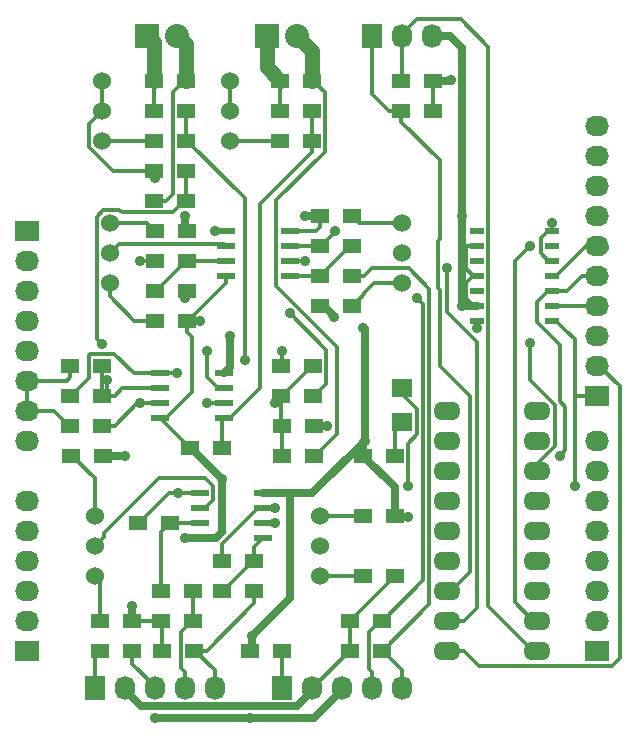
<source format=gtl>
G04 #@! TF.FileFunction,Copper,L1,Top,Signal*
%FSLAX45Y45*%
G04 Gerber Fmt 4.5, Leading zero omitted, Abs format (unit mm)*
G04 Created by KiCad (PCBNEW (2016-02-11 BZR 6551)-product) date Friday, February 12, 2016 'PMt' 09:01:30 PM*
%MOMM*%
G01*
G04 APERTURE LIST*
%ADD10C,0.100000*%
%ADD11R,2.032000X1.727200*%
%ADD12O,2.032000X1.727200*%
%ADD13R,1.800860X1.597660*%
%ADD14R,1.727200X2.032000*%
%ADD15O,1.727200X2.032000*%
%ADD16R,1.500000X1.300000*%
%ADD17C,1.524000*%
%ADD18R,2.032000X2.032000*%
%ADD19O,2.032000X2.032000*%
%ADD20O,2.300000X1.600000*%
%ADD21R,1.550000X0.600000*%
%ADD22R,1.143000X0.508000*%
%ADD23C,0.889000*%
%ADD24C,0.304800*%
%ADD25C,0.635000*%
%ADD26C,1.270000*%
G04 APERTURE END LIST*
D10*
D11*
X18796000Y-13589000D03*
D12*
X18796000Y-13335000D03*
X18796000Y-13081000D03*
X18796000Y-12827000D03*
X18796000Y-12573000D03*
X18796000Y-12319000D03*
D13*
X21971000Y-11650472D03*
X21971000Y-11366500D03*
D11*
X23622000Y-11430000D03*
D12*
X23622000Y-11176000D03*
X23622000Y-10922000D03*
X23622000Y-10668000D03*
X23622000Y-10414000D03*
X23622000Y-10160000D03*
X23622000Y-9906000D03*
X23622000Y-9652000D03*
X23622000Y-9398000D03*
X23622000Y-9144000D03*
D11*
X23622000Y-13589000D03*
D12*
X23622000Y-13335000D03*
X23622000Y-13081000D03*
X23622000Y-12827000D03*
X23622000Y-12573000D03*
X23622000Y-12319000D03*
X23622000Y-12065000D03*
X23622000Y-11811000D03*
D14*
X19367500Y-13906500D03*
D15*
X19621500Y-13906500D03*
X19875500Y-13906500D03*
X20129500Y-13906500D03*
X20383500Y-13906500D03*
D14*
X20955000Y-13906500D03*
D15*
X21209000Y-13906500D03*
X21463000Y-13906500D03*
X21717000Y-13906500D03*
X21971000Y-13906500D03*
D14*
X21717000Y-8382000D03*
D15*
X21971000Y-8382000D03*
X22225000Y-8382000D03*
D11*
X18796000Y-10033000D03*
D12*
X18796000Y-10287000D03*
X18796000Y-10541000D03*
X18796000Y-10795000D03*
X18796000Y-11049000D03*
X18796000Y-11303000D03*
X18796000Y-11557000D03*
X18796000Y-11811000D03*
D16*
X19685000Y-13589000D03*
X19415000Y-13589000D03*
X20685000Y-13589000D03*
X20955000Y-13589000D03*
X20137500Y-8763000D03*
X19867500Y-8763000D03*
X21209000Y-8763000D03*
X20939000Y-8763000D03*
X19931000Y-13335000D03*
X20201000Y-13335000D03*
X19415000Y-13335000D03*
X19685000Y-13335000D03*
X19939000Y-13589000D03*
X20209000Y-13589000D03*
X21637500Y-12954000D03*
X21907500Y-12954000D03*
X21526500Y-13335000D03*
X21796500Y-13335000D03*
X19875500Y-10795000D03*
X20145500Y-10795000D03*
X21526500Y-13589000D03*
X21796500Y-13589000D03*
X21542500Y-10668000D03*
X21272500Y-10668000D03*
X20137500Y-9017000D03*
X19867500Y-9017000D03*
X20137500Y-9779000D03*
X19867500Y-9779000D03*
X21209000Y-9017000D03*
X20939000Y-9017000D03*
X20955000Y-11938000D03*
X21225000Y-11938000D03*
X20137500Y-9271000D03*
X19867500Y-9271000D03*
X19161000Y-11684000D03*
X19431000Y-11684000D03*
X21209000Y-9271000D03*
X20939000Y-9271000D03*
X20177000Y-11874500D03*
X20447000Y-11874500D03*
X19931000Y-13081000D03*
X20201000Y-13081000D03*
X20447000Y-13081000D03*
X20717000Y-13081000D03*
X19875500Y-10541000D03*
X20145500Y-10541000D03*
X21272500Y-10414000D03*
X21542500Y-10414000D03*
X19169000Y-11938000D03*
X19439000Y-11938000D03*
X21637500Y-12446000D03*
X21907500Y-12446000D03*
X19875500Y-10033000D03*
X20145500Y-10033000D03*
X21542500Y-9906000D03*
X21272500Y-9906000D03*
X20137500Y-9525000D03*
X19867500Y-9525000D03*
X19161000Y-11176000D03*
X19431000Y-11176000D03*
X20955000Y-11684000D03*
X21225000Y-11684000D03*
X21217000Y-11430000D03*
X20947000Y-11430000D03*
X19732500Y-12509500D03*
X20002500Y-12509500D03*
X20447000Y-12827000D03*
X20717000Y-12827000D03*
X19875500Y-10287000D03*
X20145500Y-10287000D03*
X21272500Y-10160000D03*
X21542500Y-10160000D03*
X19161000Y-11430000D03*
X19431000Y-11430000D03*
X20947000Y-11176000D03*
X21217000Y-11176000D03*
X21637500Y-11938000D03*
X21907500Y-11938000D03*
X22233000Y-8763000D03*
X21963000Y-8763000D03*
X22233000Y-9017000D03*
X21963000Y-9017000D03*
D17*
X19431000Y-9017000D03*
X19431000Y-9271000D03*
X19431000Y-8763000D03*
X20510500Y-9017000D03*
X20510500Y-9271000D03*
X20510500Y-8763000D03*
X19367500Y-12700000D03*
X19367500Y-12446000D03*
X19367500Y-12954000D03*
X21272500Y-12700000D03*
X21272500Y-12446000D03*
X21272500Y-12954000D03*
X19494500Y-10223500D03*
X19494500Y-9969500D03*
X19494500Y-10477500D03*
X21971000Y-10223500D03*
X21971000Y-9969500D03*
X21971000Y-10477500D03*
D18*
X19812000Y-8382000D03*
D19*
X20066000Y-8382000D03*
D18*
X20828000Y-8382000D03*
D19*
X21082000Y-8382000D03*
D20*
X22352000Y-11557000D03*
X22352000Y-11811000D03*
X22352000Y-12065000D03*
X22352000Y-12319000D03*
X22352000Y-12573000D03*
X22352000Y-12827000D03*
X22352000Y-13081000D03*
X22352000Y-13335000D03*
X22352000Y-13589000D03*
X23114000Y-13589000D03*
X23114000Y-13335000D03*
X23114000Y-13081000D03*
X23114000Y-12827000D03*
X23114000Y-12573000D03*
X23114000Y-12319000D03*
X23114000Y-12065000D03*
X23114000Y-11811000D03*
X23114000Y-11557000D03*
D21*
X19923000Y-11239500D03*
X19923000Y-11366500D03*
X19923000Y-11493500D03*
X19923000Y-11620500D03*
X20463000Y-11620500D03*
X20463000Y-11493500D03*
X20463000Y-11366500D03*
X20463000Y-11239500D03*
X20256500Y-12255500D03*
X20256500Y-12382500D03*
X20256500Y-12509500D03*
X20256500Y-12636500D03*
X20796500Y-12636500D03*
X20796500Y-12509500D03*
X20796500Y-12382500D03*
X20796500Y-12255500D03*
X20478500Y-10033000D03*
X20478500Y-10160000D03*
X20478500Y-10287000D03*
X20478500Y-10414000D03*
X21018500Y-10414000D03*
X21018500Y-10287000D03*
X21018500Y-10160000D03*
X21018500Y-10033000D03*
D22*
X23241000Y-10795000D03*
X23241000Y-10668000D03*
X23241000Y-10541000D03*
X23241000Y-10414000D03*
X23241000Y-10287000D03*
X23241000Y-10160000D03*
X23241000Y-10033000D03*
X22606000Y-10033000D03*
X22606000Y-10160000D03*
X22606000Y-10414000D03*
X22606000Y-10541000D03*
X22606000Y-10668000D03*
X22606000Y-10795000D03*
X22606000Y-10287000D03*
D23*
X22018308Y-12192000D03*
X23431500Y-12192000D03*
X23050500Y-10985500D03*
X23304500Y-11938000D03*
X21018500Y-10731500D03*
X21393115Y-10762298D03*
X20447000Y-12134500D03*
X22479000Y-9907890D03*
X23241000Y-9969500D03*
X22479000Y-10668000D03*
X20256500Y-10795000D03*
X20129500Y-12636500D03*
X19685000Y-13208000D03*
X22018308Y-12459505D03*
X20701000Y-13462000D03*
X20683290Y-14160500D03*
X21336000Y-11684000D03*
X21653500Y-11811000D03*
X19621500Y-11938000D03*
X19875500Y-9588500D03*
X20510500Y-10922000D03*
X22382798Y-8756615D03*
X20129500Y-9908450D03*
X21145500Y-9906000D03*
X19875500Y-14160500D03*
X21642535Y-10858500D03*
X22606000Y-10858500D03*
X22098000Y-10604500D03*
X20129500Y-10604500D03*
X20637500Y-11128692D03*
X19748500Y-11493500D03*
X19475000Y-11300000D03*
X19428803Y-10996070D03*
X20891500Y-11493500D03*
X20320000Y-11493500D03*
X20069099Y-12255500D03*
X20891500Y-12382500D03*
X22352000Y-10350501D03*
X19748500Y-10287000D03*
X20383500Y-10033000D03*
X21399500Y-10032997D03*
X23050500Y-10160000D03*
X20066000Y-11239500D03*
X20320000Y-11049000D03*
X20955000Y-11049000D03*
X20891500Y-12509500D03*
X21145500Y-10287000D03*
D24*
X21907500Y-11938000D02*
X21907500Y-11713972D01*
X21907500Y-11713972D02*
X21971000Y-11650472D01*
X21971000Y-11366500D02*
X21971000Y-11417114D01*
X22096283Y-11542397D02*
X22096283Y-11758547D01*
X22096283Y-11758547D02*
X22018308Y-11836522D01*
X21971000Y-11417114D02*
X22096283Y-11542397D01*
X22018308Y-12129138D02*
X22018308Y-12192000D01*
X22018308Y-11836522D02*
X22018308Y-12129138D01*
X23431500Y-11421448D02*
X23431500Y-12129138D01*
X23431500Y-10953750D02*
X23431500Y-11421448D01*
X23431500Y-11421448D02*
X23440052Y-11430000D01*
X23440052Y-11430000D02*
X23622000Y-11430000D01*
X23431500Y-12129138D02*
X23431500Y-12192000D01*
X23358206Y-10880457D02*
X23431500Y-10953750D01*
X23272750Y-10795000D02*
X23358206Y-10880457D01*
X23241000Y-10795000D02*
X23272750Y-10795000D01*
X23812500Y-13649892D02*
X23812500Y-11351260D01*
X23812500Y-11351260D02*
X23637240Y-11176000D01*
X23637240Y-11176000D02*
X23622000Y-11176000D01*
X22624480Y-13716000D02*
X23746392Y-13716000D01*
X23746392Y-13716000D02*
X23812500Y-13649892D01*
X22352000Y-13589000D02*
X22497480Y-13589000D01*
X22497480Y-13589000D02*
X22624480Y-13716000D01*
X23264241Y-11858734D02*
X23264241Y-11509266D01*
X23114000Y-12065000D02*
X23114000Y-12008975D01*
X23264241Y-11509266D02*
X23050500Y-11295525D01*
X23114000Y-12008975D02*
X23264241Y-11858734D01*
X23050500Y-11295525D02*
X23050500Y-10985500D01*
X23241000Y-10668000D02*
X23622000Y-10668000D01*
X23241000Y-10668000D02*
X23272750Y-10668000D01*
X23209250Y-10541000D02*
X23241000Y-10541000D01*
X23110122Y-10640128D02*
X23209250Y-10541000D01*
X23110122Y-10810104D02*
X23110122Y-10640128D01*
X23348950Y-11522584D02*
X23304500Y-11478134D01*
X23348950Y-11893550D02*
X23348950Y-11522584D01*
X23304500Y-11938000D02*
X23348950Y-11893550D01*
X23304500Y-11004482D02*
X23110122Y-10810104D01*
X23304500Y-11478134D02*
X23304500Y-11004482D01*
X23622000Y-10414000D02*
X23489920Y-10414000D01*
X23489920Y-10414000D02*
X23362920Y-10541000D01*
X23362920Y-10541000D02*
X23328630Y-10541000D01*
X23328630Y-10541000D02*
X23241000Y-10541000D01*
X23622000Y-10226790D02*
X23622000Y-10160000D01*
X23708360Y-10189459D02*
X23666699Y-10231120D01*
X23666699Y-10231120D02*
X23622000Y-10231120D01*
X23708360Y-10179570D02*
X23708360Y-10189459D01*
X23622000Y-10231120D02*
X23622000Y-10160000D01*
X23241000Y-10414000D02*
X23272750Y-10414000D01*
X23526750Y-10160000D02*
X23571519Y-10160000D01*
X23272750Y-10414000D02*
X23526750Y-10160000D01*
X23637240Y-9906000D02*
X23622000Y-9906000D01*
X23637240Y-9144000D02*
X23622000Y-9144000D01*
X19367500Y-13906500D02*
X19367500Y-13636500D01*
X19367500Y-13636500D02*
X19415000Y-13589000D01*
X21227000Y-11430000D02*
X21327240Y-11329760D01*
X21327240Y-11329760D02*
X21327240Y-11040240D01*
X21327240Y-11040240D02*
X21018500Y-10731500D01*
D25*
X21272500Y-10668000D02*
X21298817Y-10668000D01*
X21298817Y-10668000D02*
X21348665Y-10717848D01*
X21348665Y-10717848D02*
X21393115Y-10762298D01*
D24*
X21217000Y-11430000D02*
X21227000Y-11430000D01*
D25*
X22479000Y-10668000D02*
X22479000Y-9907890D01*
X22479000Y-9907890D02*
X22479000Y-8486140D01*
D24*
X23241000Y-10033000D02*
X23241000Y-9969500D01*
D25*
X22374860Y-8382000D02*
X22225000Y-8382000D01*
X22479000Y-8486140D02*
X22374860Y-8382000D01*
X22479000Y-10668000D02*
X22606000Y-10668000D01*
X20145500Y-10795000D02*
X20256500Y-10795000D01*
D24*
X20193000Y-10937980D02*
X20193000Y-11398000D01*
X19970500Y-11620500D02*
X19923000Y-11620500D01*
X20193000Y-11398000D02*
X19970500Y-11620500D01*
X20145500Y-10795000D02*
X20145500Y-10890480D01*
X20145500Y-10890480D02*
X20193000Y-10937980D01*
D25*
X20447000Y-12587000D02*
X20447000Y-12134500D01*
X20447000Y-12134500D02*
X20187000Y-11874500D01*
X20187000Y-11874500D02*
X20177000Y-11874500D01*
X20256500Y-12636500D02*
X20397500Y-12636500D01*
X20397500Y-12636500D02*
X20447000Y-12587000D01*
X20129500Y-12636500D02*
X20256500Y-12636500D01*
D24*
X18796000Y-11557000D02*
X18796000Y-11303000D01*
X19024000Y-11557000D02*
X18796000Y-11557000D01*
X19161000Y-11684000D02*
X19151000Y-11684000D01*
X19151000Y-11684000D02*
X19024000Y-11557000D01*
X22574250Y-10414000D02*
X22513610Y-10353360D01*
X22513610Y-10353360D02*
X22513610Y-10164760D01*
X22513610Y-10164760D02*
X22518370Y-10160000D01*
X22518370Y-10160000D02*
X22606000Y-10160000D01*
X22606000Y-10668000D02*
X22574250Y-10668000D01*
X22574250Y-10668000D02*
X22513610Y-10607360D01*
X22574250Y-10414000D02*
X22606000Y-10414000D01*
X22513610Y-10607360D02*
X22513610Y-10474640D01*
X22513610Y-10474640D02*
X22574250Y-10414000D01*
X21526500Y-13335000D02*
X21907500Y-12954000D01*
D25*
X19685000Y-13208000D02*
X19685000Y-13335000D01*
X19621500Y-13906500D02*
X19621500Y-13921740D01*
X19759610Y-14059850D02*
X21082760Y-14059850D01*
X19621500Y-13921740D02*
X19759610Y-14059850D01*
X21082760Y-14059850D02*
X21209000Y-13933610D01*
X21209000Y-13933610D02*
X21209000Y-13906500D01*
D24*
X19939000Y-13589000D02*
X19939000Y-13343000D01*
X19939000Y-13343000D02*
X19931000Y-13335000D01*
X19685000Y-13335000D02*
X19931000Y-13335000D01*
X21526500Y-13589000D02*
X21526500Y-13335000D01*
X21209000Y-13906500D02*
X21526500Y-13589000D01*
X19923000Y-11620500D02*
X20177000Y-11874500D01*
X18796000Y-11303000D02*
X19129480Y-11303000D01*
X19129480Y-11303000D02*
X19161000Y-11271480D01*
X19161000Y-11271480D02*
X19161000Y-11176000D01*
X20145500Y-10795000D02*
X20157980Y-10795000D01*
X20157980Y-10795000D02*
X20478500Y-10474480D01*
X20478500Y-10474480D02*
X20478500Y-10414000D01*
X23241000Y-10033000D02*
X23209250Y-10033000D01*
X23209250Y-10033000D02*
X23148610Y-10093640D01*
X23148610Y-10226360D02*
X23209250Y-10287000D01*
X23209250Y-10287000D02*
X23241000Y-10287000D01*
X23148610Y-10093640D02*
X23148610Y-10226360D01*
D25*
X21907500Y-12446000D02*
X21907500Y-12208000D01*
X21907500Y-12208000D02*
X21637500Y-11938000D01*
D24*
X22018308Y-12451328D02*
X22018308Y-12459505D01*
X22012980Y-12446000D02*
X22018308Y-12451328D01*
X21907500Y-12446000D02*
X22012980Y-12446000D01*
D25*
X21653500Y-11811000D02*
X21209000Y-12255500D01*
X21209000Y-12255500D02*
X21018500Y-12255500D01*
X20701000Y-13462000D02*
X21018500Y-13144500D01*
X21018500Y-13144500D02*
X21018500Y-12255500D01*
X21018500Y-12255500D02*
X20796500Y-12255500D01*
X20701000Y-13462000D02*
X20701000Y-13573000D01*
X20701000Y-13573000D02*
X20685000Y-13589000D01*
X20683290Y-14160500D02*
X19875500Y-14160500D01*
X21224240Y-14160500D02*
X20683290Y-14160500D01*
X21653500Y-11811000D02*
X21653500Y-10869466D01*
X21653500Y-10869466D02*
X21642535Y-10858500D01*
X21336000Y-11684000D02*
X21225000Y-11684000D01*
X21637500Y-11938000D02*
X21637500Y-11827000D01*
X21637500Y-11827000D02*
X21653500Y-11811000D01*
X19439000Y-11938000D02*
X19621500Y-11938000D01*
X19875500Y-9588500D02*
X19875500Y-9533000D01*
X19875500Y-9533000D02*
X19867500Y-9525000D01*
X20510500Y-10922000D02*
X20510500Y-11192000D01*
X20510500Y-11192000D02*
X20463000Y-11239500D01*
X22376413Y-8763000D02*
X22382798Y-8756615D01*
X22233000Y-8763000D02*
X22376413Y-8763000D01*
X20129500Y-9908450D02*
X20129500Y-10017000D01*
X20129500Y-10017000D02*
X20145500Y-10033000D01*
X21272500Y-9906000D02*
X21145500Y-9906000D01*
X21463000Y-13906500D02*
X21463000Y-13921740D01*
X21463000Y-13921740D02*
X21224240Y-14160500D01*
D24*
X22233000Y-9017000D02*
X22171500Y-9017000D01*
X21282500Y-9906000D02*
X21272500Y-9906000D01*
X19867500Y-9525000D02*
X19520069Y-9525000D01*
X19520069Y-9525000D02*
X19319560Y-9324491D01*
X19319560Y-9324491D02*
X19319560Y-9128440D01*
X19319560Y-9128440D02*
X19354800Y-9093200D01*
X19354800Y-9093200D02*
X19431000Y-9017000D01*
X19875500Y-13906500D02*
X19875500Y-13891260D01*
X19875500Y-13891260D02*
X19685000Y-13700760D01*
X19685000Y-13700760D02*
X19685000Y-13684480D01*
X19685000Y-13684480D02*
X19685000Y-13589000D01*
X21018500Y-10033000D02*
X21240980Y-10033000D01*
X21240980Y-10033000D02*
X21272500Y-10001480D01*
X21272500Y-10001480D02*
X21272500Y-9906000D01*
X22233000Y-9017000D02*
X22233000Y-8763000D01*
X19431000Y-8763000D02*
X19431000Y-9017000D01*
X20510500Y-8763000D02*
X20510500Y-9017000D01*
X22606000Y-10795000D02*
X22606000Y-10858500D01*
X20201000Y-13335000D02*
X20201000Y-13081000D01*
X20129500Y-13906500D02*
X20129500Y-13774420D01*
X20129500Y-13774420D02*
X20095520Y-13740440D01*
X20095520Y-13740440D02*
X20095520Y-13430480D01*
X20095520Y-13430480D02*
X20191000Y-13335000D01*
X20191000Y-13335000D02*
X20201000Y-13335000D01*
X20209000Y-13589000D02*
X20314480Y-13589000D01*
X20314480Y-13589000D02*
X20717000Y-13186480D01*
X20717000Y-13186480D02*
X20717000Y-13176480D01*
X20717000Y-13176480D02*
X20717000Y-13081000D01*
X20383500Y-13906500D02*
X20383500Y-13753500D01*
X20383500Y-13753500D02*
X20219000Y-13589000D01*
X20219000Y-13589000D02*
X20209000Y-13589000D01*
X20955000Y-13906500D02*
X20955000Y-13589000D01*
X22142450Y-10648950D02*
X22098000Y-10604500D01*
X22146764Y-10653264D02*
X22142450Y-10648950D01*
X22146764Y-12994736D02*
X22146764Y-10653264D01*
X21806500Y-13335000D02*
X22146764Y-12994736D01*
X21796500Y-13335000D02*
X21806500Y-13335000D01*
X20129500Y-10604500D02*
X20129500Y-10557000D01*
X20129500Y-10557000D02*
X20145500Y-10541000D01*
X21717000Y-13906500D02*
X21717000Y-13774420D01*
X21717000Y-13774420D02*
X21686260Y-13743680D01*
X21786500Y-13335000D02*
X21796500Y-13335000D01*
X21686260Y-13743680D02*
X21686260Y-13435240D01*
X21686260Y-13435240D02*
X21786500Y-13335000D01*
X21711480Y-10350500D02*
X22025442Y-10350500D01*
X22025442Y-10350500D02*
X22201759Y-10526817D01*
X22201759Y-10526817D02*
X22201759Y-13193741D01*
X22201759Y-13193741D02*
X21806500Y-13589000D01*
X21647980Y-10414000D02*
X21711480Y-10350500D01*
X21542500Y-10414000D02*
X21647980Y-10414000D01*
X21796500Y-13589000D02*
X21806500Y-13589000D01*
X21971000Y-13906500D02*
X21971000Y-13753500D01*
X21971000Y-13753500D02*
X21806500Y-13589000D01*
X22387000Y-13081000D02*
X22352000Y-13081000D01*
X22542500Y-12925500D02*
X22387000Y-13081000D01*
X22542500Y-11433100D02*
X22542500Y-12925500D01*
X22414576Y-11305177D02*
X22542500Y-11433100D01*
X22272310Y-10515751D02*
X22288500Y-10531942D01*
X22272310Y-10121749D02*
X22272310Y-10515751D01*
X22288500Y-10531942D02*
X22288500Y-11176924D01*
X22288500Y-11176924D02*
X22414576Y-11303000D01*
X22414576Y-11303000D02*
X22414576Y-11305177D01*
X21963000Y-9017000D02*
X21963000Y-9112480D01*
X21963000Y-9112480D02*
X22288500Y-9437980D01*
X22288500Y-9437980D02*
X22288500Y-10105559D01*
X22288500Y-10105559D02*
X22272310Y-10121749D01*
X21963000Y-9017000D02*
X21857520Y-9017000D01*
X21857520Y-9017000D02*
X21717000Y-8876480D01*
X21717000Y-8876480D02*
X21717000Y-8514080D01*
X21717000Y-8514080D02*
X21717000Y-8382000D01*
X22698390Y-8474390D02*
X22469159Y-8245159D01*
X22092601Y-8245159D02*
X21971000Y-8366760D01*
X22469159Y-8245159D02*
X22092601Y-8245159D01*
X21971000Y-8366760D02*
X21971000Y-8382000D01*
X23114000Y-13589000D02*
X23079000Y-13589000D01*
X22698390Y-13208390D02*
X22698390Y-8474390D01*
X23079000Y-13589000D02*
X22698390Y-13208390D01*
X21971000Y-8382000D02*
X21971000Y-8755000D01*
X21971000Y-8755000D02*
X21963000Y-8763000D01*
D26*
X20137500Y-8763000D02*
X20137500Y-8453500D01*
X20137500Y-8453500D02*
X20066000Y-8382000D01*
D24*
X19867500Y-9779000D02*
X19972980Y-9779000D01*
X19972980Y-9779000D02*
X20027260Y-9724720D01*
X20027260Y-9724720D02*
X20027260Y-8863240D01*
X20027260Y-8863240D02*
X20127500Y-8763000D01*
X20127500Y-8763000D02*
X20137500Y-8763000D01*
D26*
X19867500Y-8763000D02*
X19867500Y-8437500D01*
X19867500Y-8437500D02*
X19812000Y-8382000D01*
D24*
X19867500Y-8763000D02*
X19867500Y-9017000D01*
D26*
X21209000Y-8763000D02*
X21209000Y-8509000D01*
X21209000Y-8509000D02*
X21082000Y-8382000D01*
D24*
X21219000Y-8763000D02*
X21209000Y-8763000D01*
X21319240Y-8863240D02*
X21219000Y-8763000D01*
X21319240Y-9364192D02*
X21319240Y-8863240D01*
X21415690Y-11014622D02*
X20905760Y-10504692D01*
X21415690Y-11757310D02*
X21415690Y-11014622D01*
X21225000Y-11938000D02*
X21235000Y-11938000D01*
X20905760Y-9777672D02*
X21319240Y-9364192D01*
X20905760Y-10504692D02*
X20905760Y-9777672D01*
X21235000Y-11938000D02*
X21415690Y-11757310D01*
D26*
X20939000Y-8763000D02*
X20828000Y-8652000D01*
X20828000Y-8652000D02*
X20828000Y-8382000D01*
D24*
X20939000Y-8763000D02*
X20939000Y-9017000D01*
X19415000Y-13335000D02*
X19415000Y-13001500D01*
X19415000Y-13001500D02*
X19367500Y-12954000D01*
X21637500Y-12954000D02*
X21272500Y-12954000D01*
X19494500Y-10477500D02*
X19494500Y-10585263D01*
X19704237Y-10795000D02*
X19770020Y-10795000D01*
X19494500Y-10585263D02*
X19704237Y-10795000D01*
X19770020Y-10795000D02*
X19875500Y-10795000D01*
X21971000Y-10477500D02*
X21733000Y-10477500D01*
X21733000Y-10477500D02*
X21647980Y-10562520D01*
X21647980Y-10562520D02*
X21647980Y-10572520D01*
X21647980Y-10572520D02*
X21552500Y-10668000D01*
X21552500Y-10668000D02*
X21542500Y-10668000D01*
X20147500Y-9271000D02*
X20637500Y-9761000D01*
X20637500Y-9761000D02*
X20637500Y-11065830D01*
X20137500Y-9271000D02*
X20147500Y-9271000D01*
X20637500Y-11065830D02*
X20637500Y-11128692D01*
X19431000Y-11684000D02*
X19536480Y-11684000D01*
X19726980Y-11493500D02*
X19815020Y-11493500D01*
X19536480Y-11684000D02*
X19726980Y-11493500D01*
X19815020Y-11493500D02*
X19923000Y-11493500D01*
X20137500Y-9017000D02*
X20137500Y-9271000D01*
X19475000Y-11300000D02*
X19475000Y-11386000D01*
X19475000Y-11386000D02*
X19431000Y-11430000D01*
X19384354Y-10951620D02*
X19428803Y-10996070D01*
X19441009Y-9858060D02*
X19383060Y-9916009D01*
X19573560Y-9858060D02*
X19441009Y-9858060D01*
X19594740Y-9879240D02*
X19573560Y-9858060D01*
X20027260Y-9879240D02*
X19594740Y-9879240D01*
X20127500Y-9779000D02*
X20027260Y-9879240D01*
X20137500Y-9779000D02*
X20127500Y-9779000D01*
X19383060Y-10950326D02*
X19384354Y-10951620D01*
X19383060Y-9916009D02*
X19383060Y-10950326D01*
X20137500Y-9779000D02*
X20137500Y-9525000D01*
X19431000Y-11430000D02*
X19536480Y-11430000D01*
X19536480Y-11430000D02*
X19599980Y-11366500D01*
X19599980Y-11366500D02*
X19815020Y-11366500D01*
X19815020Y-11366500D02*
X19923000Y-11366500D01*
X19431000Y-11176000D02*
X19431000Y-11430000D01*
X20463000Y-11620500D02*
X20510500Y-11620500D01*
X20510500Y-11620500D02*
X20764500Y-11366500D01*
X20764500Y-11366500D02*
X20764500Y-9810980D01*
X20764500Y-9810980D02*
X21209000Y-9366480D01*
X21209000Y-9366480D02*
X21209000Y-9271000D01*
X21209000Y-9271000D02*
X21209000Y-9017000D01*
X20447000Y-11874500D02*
X20447000Y-11636500D01*
X20447000Y-11636500D02*
X20463000Y-11620500D01*
X20947000Y-11430000D02*
X20947000Y-11438000D01*
X20947000Y-11438000D02*
X20891500Y-11493500D01*
X20463000Y-11493500D02*
X20320000Y-11493500D01*
X20955000Y-11938000D02*
X20955000Y-11684000D01*
X20947000Y-11430000D02*
X20957000Y-11430000D01*
X20957000Y-11430000D02*
X21211000Y-11176000D01*
X21211000Y-11176000D02*
X21217000Y-11176000D01*
X20947000Y-11430000D02*
X20947000Y-11676000D01*
X20947000Y-11676000D02*
X20955000Y-11684000D01*
X20883500Y-11493500D02*
X20947000Y-11430000D01*
X19431000Y-9271000D02*
X19867500Y-9271000D01*
X20939000Y-9271000D02*
X20510500Y-9271000D01*
X20002500Y-12509500D02*
X20256500Y-12509500D01*
X19931000Y-13081000D02*
X19931000Y-12581000D01*
X19931000Y-12581000D02*
X20002500Y-12509500D01*
X20717000Y-12827000D02*
X20717000Y-12716000D01*
X20717000Y-12716000D02*
X20796500Y-12636500D01*
X20447000Y-13081000D02*
X20457000Y-13081000D01*
X20457000Y-13081000D02*
X20711000Y-12827000D01*
X20711000Y-12827000D02*
X20717000Y-12827000D01*
X20145500Y-10287000D02*
X20478500Y-10287000D01*
X19875500Y-10541000D02*
X19885500Y-10541000D01*
X19885500Y-10541000D02*
X20139500Y-10287000D01*
X20139500Y-10287000D02*
X20145500Y-10287000D01*
X21542500Y-10160000D02*
X21532500Y-10160000D01*
X21532500Y-10160000D02*
X21278500Y-10414000D01*
X21278500Y-10414000D02*
X21272500Y-10414000D01*
X21542500Y-10160000D02*
X21542500Y-10178634D01*
X21542500Y-10178634D02*
X21538136Y-10182998D01*
X21272500Y-10414000D02*
X21018500Y-10414000D01*
X19367500Y-12446000D02*
X19367500Y-12126500D01*
X19367500Y-12126500D02*
X19179000Y-11938000D01*
X19179000Y-11938000D02*
X19169000Y-11938000D01*
X21637500Y-12446000D02*
X21532020Y-12446000D01*
X21532020Y-12446000D02*
X21272500Y-12446000D01*
X19494500Y-9969500D02*
X19812000Y-9969500D01*
X19812000Y-9969500D02*
X19875500Y-10033000D01*
X21971000Y-9969500D02*
X21606000Y-9969500D01*
X21606000Y-9969500D02*
X21542500Y-9906000D01*
X19996500Y-12255500D02*
X20069099Y-12255500D01*
X19732500Y-12509500D02*
X19742500Y-12509500D01*
X19742500Y-12509500D02*
X19996500Y-12255500D01*
X19996500Y-12255500D02*
X20148520Y-12255500D01*
X20148520Y-12255500D02*
X20256500Y-12255500D01*
X20796500Y-12382500D02*
X20891500Y-12382500D01*
X20447000Y-12827000D02*
X20447000Y-12684500D01*
X20447000Y-12684500D02*
X20749000Y-12382500D01*
X20749000Y-12382500D02*
X20796500Y-12382500D01*
X22352000Y-10722441D02*
X22352000Y-10413362D01*
X22352000Y-10413362D02*
X22352000Y-10350501D01*
X22606000Y-10976441D02*
X22352000Y-10722441D01*
X22606000Y-13116000D02*
X22606000Y-10976441D01*
X22352000Y-13335000D02*
X22387000Y-13335000D01*
X22606000Y-12382500D02*
X22606000Y-10976441D01*
X22606000Y-10976441D02*
X22399310Y-10769751D01*
X22606000Y-13226480D02*
X22606000Y-12382500D01*
X22352000Y-13335000D02*
X22497480Y-13335000D01*
X22497480Y-13335000D02*
X22606000Y-13226480D01*
X19748500Y-10287000D02*
X19875500Y-10287000D01*
X20478500Y-10033000D02*
X20383500Y-10033000D01*
X21282500Y-10160000D02*
X21399500Y-10043000D01*
X21272500Y-10160000D02*
X21282500Y-10160000D01*
X21399500Y-10043000D02*
X21399500Y-10032997D01*
X22923500Y-13179500D02*
X22923500Y-10287000D01*
X22923500Y-10287000D02*
X23050500Y-10160000D01*
X23114000Y-13335000D02*
X23079000Y-13335000D01*
X23079000Y-13335000D02*
X22923500Y-13179500D01*
X21018500Y-10160000D02*
X21272500Y-10160000D01*
X19923000Y-11239500D02*
X19697932Y-11239500D01*
X19697932Y-11239500D02*
X19534192Y-11075760D01*
X19534192Y-11075760D02*
X19327808Y-11075760D01*
X19327808Y-11075760D02*
X19320760Y-11082808D01*
X19320760Y-11082808D02*
X19320760Y-11280240D01*
X19320760Y-11280240D02*
X19171000Y-11430000D01*
X19171000Y-11430000D02*
X19161000Y-11430000D01*
X20066000Y-11239500D02*
X19923000Y-11239500D01*
X20320000Y-11049000D02*
X20320000Y-11271000D01*
X20320000Y-11271000D02*
X20415500Y-11366500D01*
X20415500Y-11366500D02*
X20463000Y-11366500D01*
X20955000Y-11049000D02*
X20955000Y-11168000D01*
X20955000Y-11168000D02*
X20947000Y-11176000D01*
X20300432Y-12128500D02*
X19910068Y-12128500D01*
X19910068Y-12128500D02*
X19443700Y-12594868D01*
X19443700Y-12594868D02*
X19443700Y-12623800D01*
X19443700Y-12623800D02*
X19367500Y-12700000D01*
X20256500Y-12382500D02*
X20304000Y-12382500D01*
X20304000Y-12382500D02*
X20369240Y-12317260D01*
X20369240Y-12317260D02*
X20369240Y-12197308D01*
X20369240Y-12197308D02*
X20300432Y-12128500D01*
X20796500Y-12509500D02*
X20891500Y-12509500D01*
X19494500Y-10223500D02*
X19570700Y-10147300D01*
X19570700Y-10147300D02*
X20465800Y-10147300D01*
X20465800Y-10147300D02*
X20478500Y-10160000D01*
X21018500Y-10287000D02*
X21145500Y-10287000D01*
M02*

</source>
